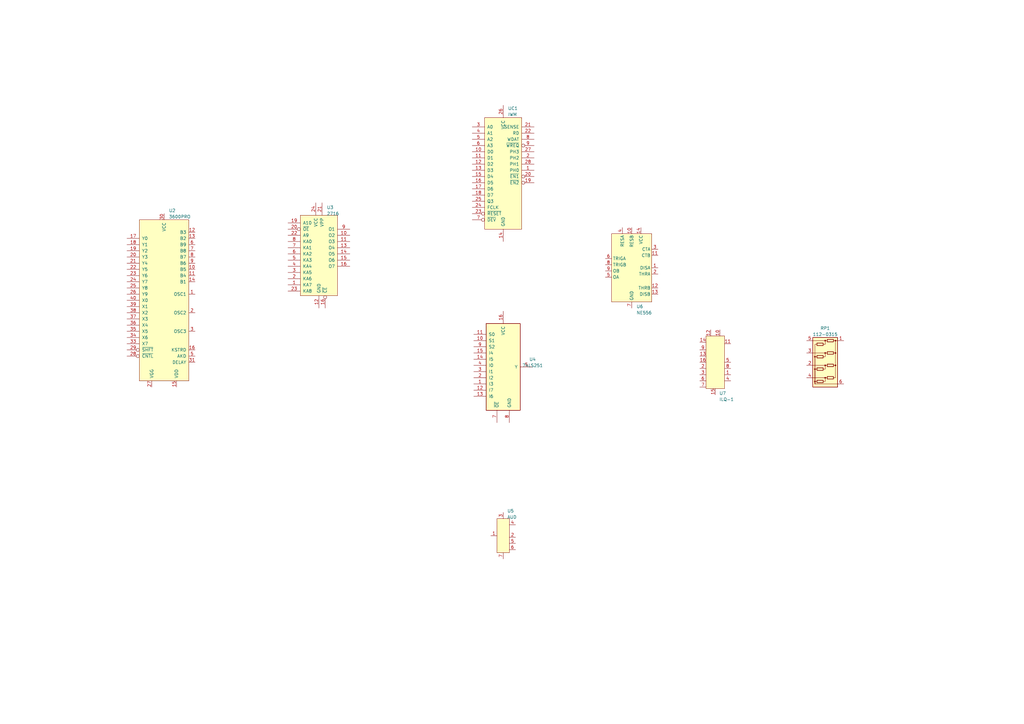
<source format=kicad_sch>
(kicad_sch (version 20230121) (generator eeschema)
  (paper "A3")
  (lib_symbols
    (symbol "Apple IIc Schematic Symbols:2716" (pin_names (offset 1.016))
      (property "Reference" "U" (at 0 1.27 0))
      (property "Value" "2716" (at 0 -1.27 0))
      (symbol "2716_0_1"
        (rectangle (start -7.62 16.51) (end 7.62 -16.51) (fill (type background)))
      )
      (symbol "2716_1_1"
        (pin input line (at -12.7 -12.065 0) (length 5.08) (name "KA7") (number "1"))
        (pin bidirectional line (at 12.7 8.255 180) (length 5.08) (name "O2") (number "10"))
        (pin bidirectional line (at 12.7 5.715 180) (length 5.08) (name "O3") (number "11"))
        (pin power_in line (at 0 -21.59 90) (length 5.08) (name "GND") (number "12"))
        (pin bidirectional line (at 12.7 3.175 180) (length 5.08) (name "O4") (number "13"))
        (pin bidirectional line (at 12.7 0.635 180) (length 5.08) (name "O5") (number "14"))
        (pin bidirectional line (at 12.7 -1.905 180) (length 5.08) (name "O6") (number "15"))
        (pin bidirectional line (at 12.7 -4.445 180) (length 5.08) (name "O7") (number "16"))
        (pin input inverted (at 2.54 -21.59 90) (length 5.08) (name "~{CE}") (number "16"))
        (pin input line (at -12.7 13.335 0) (length 5.08) (name "A10") (number "19"))
        (pin input line (at -12.7 -9.525 0) (length 5.08) (name "KA6") (number "2"))
        (pin input inverted (at -12.7 10.795 0) (length 5.08) (name "~{OE}") (number "20"))
        (pin input line (at 1.27 21.59 270) (length 5.08) (name "VPP") (number "21"))
        (pin input line (at -12.7 8.255 0) (length 5.08) (name "A9") (number "22"))
        (pin input line (at -12.7 -14.605 0) (length 5.08) (name "KA8") (number "23"))
        (pin power_in line (at -1.27 21.59 270) (length 5.08) (name "VCC") (number "24"))
        (pin input line (at -12.7 -6.985 0) (length 5.08) (name "KA5") (number "3"))
        (pin input line (at -12.7 -4.445 0) (length 5.08) (name "KA4") (number "4"))
        (pin input line (at -12.7 -1.905 0) (length 5.08) (name "KA3") (number "5"))
        (pin input line (at -12.7 0.635 0) (length 5.08) (name "KA2") (number "6"))
        (pin input line (at -12.7 3.175 0) (length 5.08) (name "KA1") (number "7"))
        (pin input line (at -12.7 5.715 0) (length 5.08) (name "KA0") (number "8"))
        (pin bidirectional line (at 12.7 10.795 180) (length 5.08) (name "O1") (number "9"))
      )
    )
    (symbol "Apple IIc Schematic Symbols:3600PRO" (pin_names (offset 1.016))
      (property "Reference" "U" (at 0 2.54 0))
      (property "Value" "3600PRO" (at 0 -2.54 0))
      (symbol "3600PRO_0_1"
        (rectangle (start -10.16 33.02) (end 10.16 -33.02) (fill (type background)))
      )
      (symbol "3600PRO_1_1"
        (pin passive line (at 12.7 2.54 180) (length 2.54) (name "OSC1") (number "1"))
        (pin output line (at 12.7 12.7 180) (length 2.54) (name "B5") (number "10"))
        (pin output line (at 12.7 10.16 180) (length 2.54) (name "B4") (number "11"))
        (pin output line (at 12.7 27.94 180) (length 2.54) (name "B3") (number "12"))
        (pin output line (at 12.7 25.4 180) (length 2.54) (name "B2") (number "13"))
        (pin output line (at 12.7 7.62 180) (length 2.54) (name "B1") (number "14"))
        (pin power_in line (at 5.08 -35.56 90) (length 2.54) (name "VDD") (number "15"))
        (pin output line (at 12.7 -20.32 180) (length 2.54) (name "KSTRD") (number "16"))
        (pin passive line (at -15.24 25.4 0) (length 5.08) (name "Y0") (number "17"))
        (pin passive line (at -15.24 22.86 0) (length 5.08) (name "Y1") (number "18"))
        (pin passive line (at -15.24 20.32 0) (length 5.08) (name "Y2") (number "19"))
        (pin passive line (at 12.7 -5.08 180) (length 2.54) (name "OSC2") (number "2"))
        (pin passive line (at -15.24 17.78 0) (length 5.08) (name "Y3") (number "20"))
        (pin passive line (at -15.24 15.24 0) (length 5.08) (name "Y4") (number "21"))
        (pin passive line (at -15.24 12.7 0) (length 5.08) (name "Y5") (number "22"))
        (pin passive line (at -15.24 10.16 0) (length 5.08) (name "Y6") (number "23"))
        (pin passive line (at -15.24 7.62 0) (length 5.08) (name "Y7") (number "24"))
        (pin passive line (at -15.24 5.08 0) (length 5.08) (name "Y8") (number "25"))
        (pin passive line (at -15.24 2.54 0) (length 5.08) (name "Y9") (number "26"))
        (pin power_in line (at -5.08 -35.56 90) (length 2.54) (name "VGG") (number "27"))
        (pin input inverted (at -15.24 -22.86 0) (length 5.08) (name "~{CNTL}") (number "28"))
        (pin input inverted (at -15.24 -20.32 0) (length 5.08) (name "~{SHFT}") (number "29"))
        (pin passive line (at 12.7 -12.7 180) (length 2.54) (name "OSC3") (number "3"))
        (pin power_in line (at 0 35.56 270) (length 2.54) (name "VCC") (number "30"))
        (pin input line (at 12.7 -25.4 180) (length 2.54) (name "DELAY") (number "31"))
        (pin passive line (at -15.24 -17.78 0) (length 5.08) (name "X7") (number "33"))
        (pin passive line (at -15.24 -15.24 0) (length 5.08) (name "X6") (number "34"))
        (pin passive line (at -15.24 -12.7 0) (length 5.08) (name "X5") (number "35"))
        (pin passive line (at -15.24 -10.16 0) (length 5.08) (name "X4") (number "36"))
        (pin passive line (at -15.24 -7.62 0) (length 5.08) (name "X3") (number "37"))
        (pin passive line (at -15.24 -5.08 0) (length 5.08) (name "X2") (number "38"))
        (pin passive line (at -15.24 -2.54 0) (length 5.08) (name "X1") (number "39"))
        (pin passive line (at -15.24 0 0) (length 5.08) (name "X0") (number "40"))
        (pin output line (at 12.7 -22.86 180) (length 2.54) (name "AKD") (number "5"))
        (pin output line (at 12.7 22.86 180) (length 2.54) (name "B9") (number "6"))
        (pin output line (at 12.7 20.32 180) (length 2.54) (name "B8") (number "7"))
        (pin output line (at 12.7 17.78 180) (length 2.54) (name "B7") (number "8"))
        (pin output line (at 12.7 15.24 180) (length 2.54) (name "B6") (number "9"))
      )
    )
    (symbol "Apple IIc Schematic Symbols:74LS251-IIc" (pin_names (offset 1.016))
      (property "Reference" "U" (at 1.905 20.955 0))
      (property "Value" "74LS251" (at 5.715 19.05 0))
      (symbol "74LS251-IIc_1_0"
        (pin input line (at -12.065 -6.985 0) (length 5.08) (name "I3") (number "1"))
        (pin input line (at -12.065 10.795 0) (length 5.08) (name "S1") (number "10"))
        (pin input line (at -12.065 13.335 0) (length 5.08) (name "S0") (number "11"))
        (pin input line (at -12.065 -9.525 0) (length 5.08) (name "I7") (number "12"))
        (pin input line (at -12.065 -12.065 0) (length 5.08) (name "I6") (number "13"))
        (pin input line (at -12.065 3.175 0) (length 5.08) (name "I5") (number "14"))
        (pin input line (at -12.065 5.715 0) (length 5.08) (name "I4") (number "15"))
        (pin power_in line (at 0 22.86 270) (length 5.08) (name "VCC") (number "16"))
        (pin input line (at -12.065 -4.445 0) (length 5.08) (name "I2") (number "2"))
        (pin input line (at -12.065 -1.905 0) (length 5.08) (name "I1") (number "3"))
        (pin input line (at -12.065 0.635 0) (length 5.08) (name "I0") (number "4"))
        (pin tri_state line (at 12.065 0 180) (length 5.08) (name "Y") (number "5"))
        (pin no_connect line (at 12.065 12.7 180) (length 5.08) hide (name "~{Y}") (number "6"))
        (pin input line (at -2.54 -22.86 90) (length 5.08) (name "~{OE}") (number "7"))
        (pin power_in line (at 2.54 -22.86 90) (length 5.08) (name "GND") (number "8"))
        (pin input line (at -12.065 8.255 0) (length 5.08) (name "S2") (number "9"))
      )
      (symbol "74LS251-IIc_1_1"
        (rectangle (start -6.985 17.78) (end 6.985 -17.78) (stroke (width 0.254)) (fill (type background)))
      )
    )
    (symbol "Apple IIc Schematic Symbols:AUD"
      (property "Reference" "U" (at 0 3.175 0))
      (property "Value" "AUD" (at 0 -1.27 0))
      (symbol "AUD_0_0"
        (pin input line (at -5.08 0 0) (length 2.54) (name "") (number "1"))
        (pin output line (at 5.08 -0.635 180) (length 2.54) (name "") (number "2"))
        (pin power_in line (at 0 9.525 270) (length 2.54) (name "") (number "3"))
        (pin input line (at 5.08 4.445 180) (length 2.54) (name "") (number "4"))
        (pin output line (at 5.08 -3.175 180) (length 2.54) (name "") (number "5"))
        (pin output line (at 5.08 -5.715 180) (length 2.54) (name "") (number "6"))
        (pin power_in line (at 0 -9.525 90) (length 2.54) (name "") (number "7"))
      )
      (symbol "AUD_0_1"
        (rectangle (start -2.54 6.985) (end 2.54 -6.985) (fill (type background)))
      )
    )
    (symbol "Apple IIc Schematic Symbols:ILQ-1"
      (property "Reference" "U" (at 0 3.175 0))
      (property "Value" "ILQ-1" (at 0 1.27 0))
      (symbol "ILQ-1_0_0"
        (pin passive line (at 6.35 -5.08 180) (length 2.54) (name "") (number "1"))
        (pin passive line (at 1.905 13.335 270) (length 2.54) (name "") (number "10"))
        (pin passive line (at 6.35 7.62 180) (length 2.54) (name "") (number "11"))
        (pin passive line (at -1.905 13.335 270) (length 2.54) (name "") (number "12"))
        (pin passive line (at -6.35 2.54 0) (length 2.54) (name "") (number "13"))
        (pin passive line (at -6.35 8.255 0) (length 2.54) (name "") (number "14"))
        (pin passive line (at 0 -13.335 90) (length 2.54) (name "") (number "15"))
        (pin passive line (at -6.35 0 0) (length 2.54) (name "") (number "16"))
        (pin passive line (at -6.35 -2.54 0) (length 2.54) (name "") (number "2"))
        (pin passive line (at -6.35 -5.08 0) (length 2.54) (name "") (number "3"))
        (pin passive line (at 6.35 -7.62 180) (length 2.54) (name "") (number "4"))
        (pin passive line (at 6.35 0 180) (length 2.54) (name "") (number "5"))
        (pin passive line (at -6.35 -7.62 0) (length 2.54) (name "") (number "6"))
        (pin passive line (at -6.35 -10.16 0) (length 2.54) (name "") (number "7"))
        (pin passive line (at 6.35 -2.54 180) (length 2.54) (name "") (number "8"))
        (pin passive line (at -6.35 5.08 0) (length 2.54) (name "") (number "9"))
      )
      (symbol "ILQ-1_0_1"
        (rectangle (start -3.81 10.795) (end 3.81 -10.795) (fill (type background)))
      )
    )
    (symbol "Apple IIc Schematic Symbols:IWM" (pin_names (offset 1.016))
      (property "Reference" "UC5" (at 3.81 27.94 0))
      (property "Value" "IWM" (at 3.81 25.4 0))
      (symbol "IWM_0_1"
        (rectangle (start -7.62 24.13) (end 7.62 -21.59) (fill (type background)))
      )
      (symbol "IWM_1_1"
        (pin output line (at 12.7 2.54 180) (length 5.08) (name "PH0") (number "1"))
        (pin bidirectional line (at -12.7 10.16 0) (length 5.08) (name "D0") (number "10"))
        (pin bidirectional line (at -12.7 7.62 0) (length 5.08) (name "D1") (number "11"))
        (pin bidirectional line (at -12.7 5.08 0) (length 5.08) (name "D2") (number "12"))
        (pin bidirectional line (at -12.7 2.54 0) (length 5.08) (name "D3") (number "13"))
        (pin power_in line (at 0 -26.67 90) (length 5.08) (name "GND") (number "14"))
        (pin bidirectional line (at -12.7 0 0) (length 5.08) (name "D4") (number "15"))
        (pin bidirectional line (at -12.7 -2.54 0) (length 5.08) (name "D5") (number "16"))
        (pin bidirectional line (at -12.7 -5.08 0) (length 5.08) (name "D6") (number "17"))
        (pin bidirectional line (at -12.7 -7.62 0) (length 5.08) (name "D7") (number "18"))
        (pin input inverted (at 12.7 -2.54 180) (length 5.08) (name "~{EN2}") (number "19"))
        (pin output line (at 12.7 7.62 180) (length 5.08) (name "PH2") (number "2"))
        (pin input inverted (at 12.7 0 180) (length 5.08) (name "~{EN1}") (number "20"))
        (pin input line (at 12.7 20.32 180) (length 5.08) (name "SENSE") (number "21"))
        (pin input line (at 12.7 17.78 180) (length 5.08) (name "RD") (number "22"))
        (pin input inverted (at -12.7 -15.24 0) (length 5.08) (name "~{RESET}") (number "23"))
        (pin input line (at -12.7 -12.7 0) (length 5.08) (name "FCLK") (number "24"))
        (pin input line (at -12.7 -10.16 0) (length 5.08) (name "Q3") (number "25"))
        (pin power_in line (at 0 29.21 270) (length 5.08) (name "VCC") (number "26"))
        (pin output line (at 12.7 10.16 180) (length 5.08) (name "PH3") (number "27"))
        (pin output line (at 12.7 5.08 180) (length 5.08) (name "PH1") (number "28"))
        (pin input line (at -12.7 20.32 0) (length 5.08) (name "A0") (number "3"))
        (pin input line (at -12.7 17.78 0) (length 5.08) (name "A1") (number "4"))
        (pin input line (at -12.7 15.24 0) (length 5.08) (name "A2") (number "5"))
        (pin input line (at -12.7 12.7 0) (length 5.08) (name "A3") (number "6"))
        (pin input inverted (at -12.7 -17.78 0) (length 5.08) (name "~{DEV}") (number "7"))
        (pin output line (at 12.7 15.24 180) (length 5.08) (name "WDAT") (number "8"))
        (pin input inverted (at 12.7 12.7 180) (length 5.08) (name "~{WREQ}") (number "9"))
      )
    )
    (symbol "Apple IIc Schematic Symbols:NE556"
      (property "Reference" "U" (at 6.985 17.78 0))
      (property "Value" "NE556" (at 8.89 15.24 0))
      (symbol "NE556_0_0"
        (pin output line (at 10.795 0 180) (length 2.54) (name "DISA") (number "1"))
        (pin input line (at 0 16.51 270) (length 2.54) (name "RESB") (number "10"))
        (pin input line (at 10.795 5.08 180) (length 2.54) (name "CTB") (number "11"))
        (pin input line (at 10.795 -8.255 180) (length 2.54) (name "THRB") (number "12"))
        (pin output line (at 10.795 -10.795 180) (length 2.54) (name "DISB") (number "13"))
        (pin power_in line (at 3.81 16.51 270) (length 2.54) (name "VCC") (number "14"))
        (pin input line (at 10.795 -2.54 180) (length 2.54) (name "THRA") (number "2"))
        (pin input line (at 10.795 7.62 180) (length 2.54) (name "CTA") (number "3"))
        (pin input line (at -3.81 16.51 270) (length 2.54) (name "RESA") (number "4"))
        (pin output line (at -10.795 -3.81 0) (length 2.54) (name "OA") (number "5"))
        (pin input line (at -10.795 3.81 0) (length 2.54) (name "TRIGA") (number "6"))
        (pin power_in line (at 0 -16.51 90) (length 2.54) (name "GND") (number "7"))
        (pin input line (at -10.795 1.27 0) (length 2.54) (name "TRIGB") (number "8"))
        (pin output line (at -10.795 -1.27 0) (length 2.54) (name "OB") (number "9"))
      )
      (symbol "NE556_0_1"
        (rectangle (start -8.255 13.97) (end 8.255 -13.97) (fill (type background)))
      )
    )
    (symbol "Apple IIc Schematic Symbols:R_Network (112-0315)" (pin_names (offset 0) hide)
      (property "Reference" "RP" (at 0 11.43 0))
      (property "Value" "112-0315" (at 0 -11.43 0))
      (symbol "R_Network (112-0315)_0_1"
        (rectangle (start -5.08 10.16) (end 5.08 -10.16) (stroke (width 0.254)) (fill (type background)))
        (circle (center -4.2164 -7.874) (radius 0.254) (fill (type outline)))
        (circle (center -4.2164 -2.794) (radius 0.254) (fill (type outline)))
        (circle (center -4.2164 2.286) (radius 0.254) (fill (type outline)))
        (rectangle (start -3.3782 -7.366) (end -0.8382 -8.382) (stroke (width 0.254)))
        (rectangle (start -3.3782 -2.286) (end -0.8382 -3.302) (stroke (width 0.254)))
        (rectangle (start -3.3782 2.794) (end -0.8382 1.778) (stroke (width 0.254)))
        (rectangle (start -3.3782 7.874) (end -0.8382 6.858) (stroke (width 0.254)))
        (circle (center 0 -6.35) (radius 0.254) (fill (type outline)))
        (circle (center 0 -1.27) (radius 0.254) (fill (type outline)))
        (polyline (pts (xy -5.08 -6.35) (xy 0.8382 -6.35)))
        (polyline (pts (xy -5.08 -1.27) (xy 0.8382 -1.27)))
        (polyline (pts (xy -5.08 3.81) (xy 0.8382 3.81)))
        (polyline (pts (xy -5.08 8.89) (xy 0.8382 8.89)))
        (polyline (pts (xy -4.2164 -8.89) (xy 5.08 -8.89)))
        (polyline (pts (xy 5.08 8.89) (xy 3.3782 8.89)))
        (polyline (pts (xy -3.3782 -7.874) (xy -4.2164 -7.874) (xy -4.2164 -8.89)))
        (polyline (pts (xy -3.3782 -2.794) (xy -4.2164 -2.794) (xy -4.2164 -8.89)))
        (polyline (pts (xy -3.3782 2.286) (xy -4.2164 2.286) (xy -4.2164 -8.89)))
        (polyline (pts (xy -3.3782 7.366) (xy -4.2164 7.366) (xy -4.2164 -8.89)))
        (polyline (pts (xy 0 -6.35) (xy 0 -7.874) (xy -0.8382 -7.874)))
        (polyline (pts (xy 0 -1.27) (xy 0 -2.794) (xy -0.8382 -2.794)))
        (polyline (pts (xy 0 3.81) (xy 0 2.286) (xy -0.8382 2.286)))
        (polyline (pts (xy 0 8.89) (xy 0 7.366) (xy -0.8382 7.366)))
        (polyline (pts (xy 4.2164 -1.27) (xy 4.2164 -6.35) (xy 3.3782 -6.35)))
        (polyline (pts (xy 4.2164 3.81) (xy 4.2164 -1.27) (xy 3.3782 -1.27)))
        (polyline (pts (xy 4.2164 8.89) (xy 4.2164 3.81) (xy 3.3782 3.81)))
        (circle (center 0 3.81) (radius 0.254) (fill (type outline)))
        (circle (center 0 8.89) (radius 0.254) (fill (type outline)))
        (rectangle (start 3.3782 -5.842) (end 0.8382 -6.858) (stroke (width 0.254)))
        (rectangle (start 3.3782 -0.762) (end 0.8382 -1.778) (stroke (width 0.254)))
        (rectangle (start 3.3782 4.318) (end 0.8382 3.302) (stroke (width 0.254)))
        (rectangle (start 3.3782 9.398) (end 0.8382 8.382) (stroke (width 0.254)))
        (circle (center 4.2164 -1.27) (radius 0.254) (fill (type outline)))
        (circle (center 4.2164 3.81) (radius 0.254) (fill (type outline)))
        (circle (center 4.2164 8.89) (radius 0.254) (fill (type outline)))
      )
      (symbol "R_Network (112-0315)_1_1"
        (pin passive line (at 7.62 8.89 180) (length 2.54) (name "COM1") (number "1"))
        (pin passive line (at -7.62 -1.27 0) (length 2.54) (name "R3") (number "2"))
        (pin passive line (at -7.62 3.81 0) (length 2.54) (name "R2") (number "3"))
        (pin passive line (at -7.62 -6.35 0) (length 2.54) (name "R4") (number "4"))
        (pin passive line (at -7.62 8.89 0) (length 2.54) (name "R1") (number "5"))
        (pin passive line (at 7.62 -8.89 180) (length 2.54) (name "COM2") (number "6"))
      )
    )
  )
  (symbol (lib_id "Apple IIc Schematic Symbols:2716") (at 130.81 104.775 0) (unit 1)
    (property "Reference" "U3" (at 134.0359 85.09 0) (effects (justify left)))
    (property "Value" "2716" (at 134.0359 87.63 0) (effects (justify left)))
  )
  (symbol (lib_id "Apple IIc Schematic Symbols:IWM") (at 206.375 72.39 0) (unit 1)
    (property "Reference" "UC1" (at 208.3309 44.45 0) (effects (justify left)))
    (property "Value" "IWM" (at 208.3309 46.99 0) (effects (justify left)))
  )
  (symbol (lib_id "Apple IIc Schematic Symbols:ILQ-1") (at 293.37 148.59 0) (unit 1)
    (property "Reference" "U7" (at 295.0211 161.29 0) (effects (justify left)))
    (property "Value" "ILQ-1" (at 295.0211 163.83 0) (effects (justify left)))
  )
  (symbol (lib_id "Apple IIc Schematic Symbols:3600PRO") (at 67.31 123.19 0) (unit 1)
    (property "Reference" "U2" (at 69.2659 86.36 0) (effects (justify left)))
    (property "Value" "3600PRO" (at 69.2659 88.9 0) (effects (justify left)))
  )
  (symbol (lib_id "Apple IIc Schematic Symbols:R_Network (112-0315)") (at 338.455 148.59 0) (unit 1)
    (property "Reference" "RP1" (at 338.455 134.62 0))
    (property "Value" "112-0315" (at 338.455 137.16 0))
  )
  (symbol (lib_id "Apple IIc Schematic Symbols:74LS251-IIc") (at 206.375 150.495 0) (unit 1)
    (property "Reference" "U4" (at 218.44 147.3709 0))
    (property "Value" "74LS251" (at 218.44 149.9109 0))
  )
  (symbol (lib_id "Apple IIc Schematic Symbols:NE556") (at 259.08 109.855 0) (unit 1)
    (property "Reference" "U6" (at 261.0359 125.73 0) (effects (justify left)))
    (property "Value" "NE556" (at 261.0359 128.27 0) (effects (justify left)))
  )
  (symbol (lib_id "Apple IIc Schematic Symbols:AUD") (at 206.375 219.71 0) (unit 1)
    (property "Reference" "U5" (at 208.0261 209.55 0) (effects (justify left)))
    (property "Value" "AUD" (at 208.0261 212.09 0) (effects (justify left)))
  )
)
</source>
